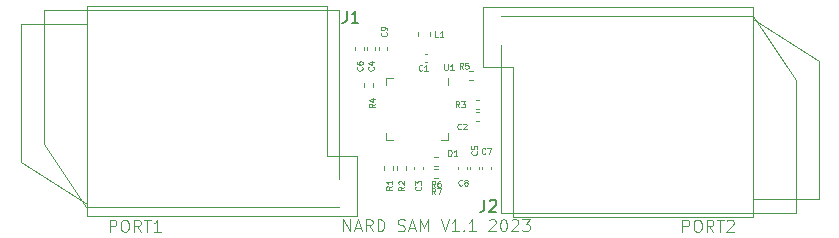
<source format=gbr>
%TF.GenerationSoftware,KiCad,Pcbnew,(6.0.9)*%
%TF.CreationDate,2023-03-04T22:36:08+01:00*%
%TF.ProjectId,nard_sam,6e617264-5f73-4616-9d2e-6b696361645f,rev?*%
%TF.SameCoordinates,Original*%
%TF.FileFunction,Legend,Top*%
%TF.FilePolarity,Positive*%
%FSLAX46Y46*%
G04 Gerber Fmt 4.6, Leading zero omitted, Abs format (unit mm)*
G04 Created by KiCad (PCBNEW (6.0.9)) date 2023-03-04 22:36:08*
%MOMM*%
%LPD*%
G01*
G04 APERTURE LIST*
%ADD10C,0.100000*%
%ADD11C,0.050000*%
%ADD12C,0.150000*%
%ADD13C,0.120000*%
G04 APERTURE END LIST*
D10*
X77105142Y-80256380D02*
X77105142Y-79256380D01*
X77486095Y-79256380D01*
X77581333Y-79304000D01*
X77628952Y-79351619D01*
X77676571Y-79446857D01*
X77676571Y-79589714D01*
X77628952Y-79684952D01*
X77581333Y-79732571D01*
X77486095Y-79780190D01*
X77105142Y-79780190D01*
X78295619Y-79256380D02*
X78486095Y-79256380D01*
X78581333Y-79304000D01*
X78676571Y-79399238D01*
X78724190Y-79589714D01*
X78724190Y-79923047D01*
X78676571Y-80113523D01*
X78581333Y-80208761D01*
X78486095Y-80256380D01*
X78295619Y-80256380D01*
X78200380Y-80208761D01*
X78105142Y-80113523D01*
X78057523Y-79923047D01*
X78057523Y-79589714D01*
X78105142Y-79399238D01*
X78200380Y-79304000D01*
X78295619Y-79256380D01*
X79724190Y-80256380D02*
X79390857Y-79780190D01*
X79152761Y-80256380D02*
X79152761Y-79256380D01*
X79533714Y-79256380D01*
X79628952Y-79304000D01*
X79676571Y-79351619D01*
X79724190Y-79446857D01*
X79724190Y-79589714D01*
X79676571Y-79684952D01*
X79628952Y-79732571D01*
X79533714Y-79780190D01*
X79152761Y-79780190D01*
X80009904Y-79256380D02*
X80581333Y-79256380D01*
X80295619Y-80256380D02*
X80295619Y-79256380D01*
X81438476Y-80256380D02*
X80867047Y-80256380D01*
X81152761Y-80256380D02*
X81152761Y-79256380D01*
X81057523Y-79399238D01*
X80962285Y-79494476D01*
X80867047Y-79542095D01*
X125605142Y-80256380D02*
X125605142Y-79256380D01*
X125986095Y-79256380D01*
X126081333Y-79304000D01*
X126128952Y-79351619D01*
X126176571Y-79446857D01*
X126176571Y-79589714D01*
X126128952Y-79684952D01*
X126081333Y-79732571D01*
X125986095Y-79780190D01*
X125605142Y-79780190D01*
X126795619Y-79256380D02*
X126986095Y-79256380D01*
X127081333Y-79304000D01*
X127176571Y-79399238D01*
X127224190Y-79589714D01*
X127224190Y-79923047D01*
X127176571Y-80113523D01*
X127081333Y-80208761D01*
X126986095Y-80256380D01*
X126795619Y-80256380D01*
X126700380Y-80208761D01*
X126605142Y-80113523D01*
X126557523Y-79923047D01*
X126557523Y-79589714D01*
X126605142Y-79399238D01*
X126700380Y-79304000D01*
X126795619Y-79256380D01*
X128224190Y-80256380D02*
X127890857Y-79780190D01*
X127652761Y-80256380D02*
X127652761Y-79256380D01*
X128033714Y-79256380D01*
X128128952Y-79304000D01*
X128176571Y-79351619D01*
X128224190Y-79446857D01*
X128224190Y-79589714D01*
X128176571Y-79684952D01*
X128128952Y-79732571D01*
X128033714Y-79780190D01*
X127652761Y-79780190D01*
X128509904Y-79256380D02*
X129081333Y-79256380D01*
X128795619Y-80256380D02*
X128795619Y-79256380D01*
X129367047Y-79351619D02*
X129414666Y-79304000D01*
X129509904Y-79256380D01*
X129748000Y-79256380D01*
X129843238Y-79304000D01*
X129890857Y-79351619D01*
X129938476Y-79446857D01*
X129938476Y-79542095D01*
X129890857Y-79684952D01*
X129319428Y-80256380D01*
X129938476Y-80256380D01*
X96892857Y-80202380D02*
X96892857Y-79202380D01*
X97464285Y-80202380D01*
X97464285Y-79202380D01*
X97892857Y-79916666D02*
X98369047Y-79916666D01*
X97797619Y-80202380D02*
X98130952Y-79202380D01*
X98464285Y-80202380D01*
X99369047Y-80202380D02*
X99035714Y-79726190D01*
X98797619Y-80202380D02*
X98797619Y-79202380D01*
X99178571Y-79202380D01*
X99273809Y-79250000D01*
X99321428Y-79297619D01*
X99369047Y-79392857D01*
X99369047Y-79535714D01*
X99321428Y-79630952D01*
X99273809Y-79678571D01*
X99178571Y-79726190D01*
X98797619Y-79726190D01*
X99797619Y-80202380D02*
X99797619Y-79202380D01*
X100035714Y-79202380D01*
X100178571Y-79250000D01*
X100273809Y-79345238D01*
X100321428Y-79440476D01*
X100369047Y-79630952D01*
X100369047Y-79773809D01*
X100321428Y-79964285D01*
X100273809Y-80059523D01*
X100178571Y-80154761D01*
X100035714Y-80202380D01*
X99797619Y-80202380D01*
X101511904Y-80154761D02*
X101654761Y-80202380D01*
X101892857Y-80202380D01*
X101988095Y-80154761D01*
X102035714Y-80107142D01*
X102083333Y-80011904D01*
X102083333Y-79916666D01*
X102035714Y-79821428D01*
X101988095Y-79773809D01*
X101892857Y-79726190D01*
X101702380Y-79678571D01*
X101607142Y-79630952D01*
X101559523Y-79583333D01*
X101511904Y-79488095D01*
X101511904Y-79392857D01*
X101559523Y-79297619D01*
X101607142Y-79250000D01*
X101702380Y-79202380D01*
X101940476Y-79202380D01*
X102083333Y-79250000D01*
X102464285Y-79916666D02*
X102940476Y-79916666D01*
X102369047Y-80202380D02*
X102702380Y-79202380D01*
X103035714Y-80202380D01*
X103369047Y-80202380D02*
X103369047Y-79202380D01*
X103702380Y-79916666D01*
X104035714Y-79202380D01*
X104035714Y-80202380D01*
X105130952Y-79202380D02*
X105464285Y-80202380D01*
X105797619Y-79202380D01*
X106654761Y-80202380D02*
X106083333Y-80202380D01*
X106369047Y-80202380D02*
X106369047Y-79202380D01*
X106273809Y-79345238D01*
X106178571Y-79440476D01*
X106083333Y-79488095D01*
X107083333Y-80107142D02*
X107130952Y-80154761D01*
X107083333Y-80202380D01*
X107035714Y-80154761D01*
X107083333Y-80107142D01*
X107083333Y-80202380D01*
X108083333Y-80202380D02*
X107511904Y-80202380D01*
X107797619Y-80202380D02*
X107797619Y-79202380D01*
X107702380Y-79345238D01*
X107607142Y-79440476D01*
X107511904Y-79488095D01*
X109226190Y-79297619D02*
X109273809Y-79250000D01*
X109369047Y-79202380D01*
X109607142Y-79202380D01*
X109702380Y-79250000D01*
X109750000Y-79297619D01*
X109797619Y-79392857D01*
X109797619Y-79488095D01*
X109750000Y-79630952D01*
X109178571Y-80202380D01*
X109797619Y-80202380D01*
X110416666Y-79202380D02*
X110511904Y-79202380D01*
X110607142Y-79250000D01*
X110654761Y-79297619D01*
X110702380Y-79392857D01*
X110750000Y-79583333D01*
X110750000Y-79821428D01*
X110702380Y-80011904D01*
X110654761Y-80107142D01*
X110607142Y-80154761D01*
X110511904Y-80202380D01*
X110416666Y-80202380D01*
X110321428Y-80154761D01*
X110273809Y-80107142D01*
X110226190Y-80011904D01*
X110178571Y-79821428D01*
X110178571Y-79583333D01*
X110226190Y-79392857D01*
X110273809Y-79297619D01*
X110321428Y-79250000D01*
X110416666Y-79202380D01*
X111130952Y-79297619D02*
X111178571Y-79250000D01*
X111273809Y-79202380D01*
X111511904Y-79202380D01*
X111607142Y-79250000D01*
X111654761Y-79297619D01*
X111702380Y-79392857D01*
X111702380Y-79488095D01*
X111654761Y-79630952D01*
X111083333Y-80202380D01*
X111702380Y-80202380D01*
X112035714Y-79202380D02*
X112654761Y-79202380D01*
X112321428Y-79583333D01*
X112464285Y-79583333D01*
X112559523Y-79630952D01*
X112607142Y-79678571D01*
X112654761Y-79773809D01*
X112654761Y-80011904D01*
X112607142Y-80107142D01*
X112559523Y-80154761D01*
X112464285Y-80202380D01*
X112178571Y-80202380D01*
X112083333Y-80154761D01*
X112035714Y-80107142D01*
D11*
%TO.C,C1*%
X103566666Y-66578571D02*
X103542857Y-66602380D01*
X103471428Y-66626190D01*
X103423809Y-66626190D01*
X103352380Y-66602380D01*
X103304761Y-66554761D01*
X103280952Y-66507142D01*
X103257142Y-66411904D01*
X103257142Y-66340476D01*
X103280952Y-66245238D01*
X103304761Y-66197619D01*
X103352380Y-66150000D01*
X103423809Y-66126190D01*
X103471428Y-66126190D01*
X103542857Y-66150000D01*
X103566666Y-66173809D01*
X104042857Y-66626190D02*
X103757142Y-66626190D01*
X103900000Y-66626190D02*
X103900000Y-66126190D01*
X103852380Y-66197619D01*
X103804761Y-66245238D01*
X103757142Y-66269047D01*
%TO.C,C4*%
X99428571Y-66301133D02*
X99452380Y-66324942D01*
X99476190Y-66396371D01*
X99476190Y-66443990D01*
X99452380Y-66515419D01*
X99404761Y-66563038D01*
X99357142Y-66586847D01*
X99261904Y-66610657D01*
X99190476Y-66610657D01*
X99095238Y-66586847D01*
X99047619Y-66563038D01*
X99000000Y-66515419D01*
X98976190Y-66443990D01*
X98976190Y-66396371D01*
X99000000Y-66324942D01*
X99023809Y-66301133D01*
X99142857Y-65872561D02*
X99476190Y-65872561D01*
X98952380Y-65991609D02*
X99309523Y-66110657D01*
X99309523Y-65801133D01*
%TO.C,U1*%
X105443047Y-66073190D02*
X105443047Y-66477952D01*
X105466857Y-66525571D01*
X105490666Y-66549380D01*
X105538285Y-66573190D01*
X105633523Y-66573190D01*
X105681142Y-66549380D01*
X105704952Y-66525571D01*
X105728761Y-66477952D01*
X105728761Y-66073190D01*
X106228761Y-66573190D02*
X105943047Y-66573190D01*
X106085904Y-66573190D02*
X106085904Y-66073190D01*
X106038285Y-66144619D01*
X105990666Y-66192238D01*
X105943047Y-66216047D01*
%TO.C,D1*%
X105777152Y-73826190D02*
X105777152Y-73326190D01*
X105896200Y-73326190D01*
X105967628Y-73350000D01*
X106015247Y-73397619D01*
X106039057Y-73445238D01*
X106062866Y-73540476D01*
X106062866Y-73611904D01*
X106039057Y-73707142D01*
X106015247Y-73754761D01*
X105967628Y-73802380D01*
X105896200Y-73826190D01*
X105777152Y-73826190D01*
X106539057Y-73826190D02*
X106253342Y-73826190D01*
X106396200Y-73826190D02*
X106396200Y-73326190D01*
X106348580Y-73397619D01*
X106300961Y-73445238D01*
X106253342Y-73469047D01*
%TO.C,L1*%
X104925666Y-63796690D02*
X104687571Y-63796690D01*
X104687571Y-63296690D01*
X105354238Y-63796690D02*
X105068523Y-63796690D01*
X105211380Y-63796690D02*
X105211380Y-63296690D01*
X105163761Y-63368119D01*
X105116142Y-63415738D01*
X105068523Y-63439547D01*
%TO.C,C8*%
X106941666Y-76303571D02*
X106917857Y-76327380D01*
X106846428Y-76351190D01*
X106798809Y-76351190D01*
X106727380Y-76327380D01*
X106679761Y-76279761D01*
X106655952Y-76232142D01*
X106632142Y-76136904D01*
X106632142Y-76065476D01*
X106655952Y-75970238D01*
X106679761Y-75922619D01*
X106727380Y-75875000D01*
X106798809Y-75851190D01*
X106846428Y-75851190D01*
X106917857Y-75875000D01*
X106941666Y-75898809D01*
X107227380Y-76065476D02*
X107179761Y-76041666D01*
X107155952Y-76017857D01*
X107132142Y-75970238D01*
X107132142Y-75946428D01*
X107155952Y-75898809D01*
X107179761Y-75875000D01*
X107227380Y-75851190D01*
X107322619Y-75851190D01*
X107370238Y-75875000D01*
X107394047Y-75898809D01*
X107417857Y-75946428D01*
X107417857Y-75970238D01*
X107394047Y-76017857D01*
X107370238Y-76041666D01*
X107322619Y-76065476D01*
X107227380Y-76065476D01*
X107179761Y-76089285D01*
X107155952Y-76113095D01*
X107132142Y-76160714D01*
X107132142Y-76255952D01*
X107155952Y-76303571D01*
X107179761Y-76327380D01*
X107227380Y-76351190D01*
X107322619Y-76351190D01*
X107370238Y-76327380D01*
X107394047Y-76303571D01*
X107417857Y-76255952D01*
X107417857Y-76160714D01*
X107394047Y-76113095D01*
X107370238Y-76089285D01*
X107322619Y-76065476D01*
%TO.C,C2*%
X106850666Y-71552571D02*
X106826857Y-71576380D01*
X106755428Y-71600190D01*
X106707809Y-71600190D01*
X106636380Y-71576380D01*
X106588761Y-71528761D01*
X106564952Y-71481142D01*
X106541142Y-71385904D01*
X106541142Y-71314476D01*
X106564952Y-71219238D01*
X106588761Y-71171619D01*
X106636380Y-71124000D01*
X106707809Y-71100190D01*
X106755428Y-71100190D01*
X106826857Y-71124000D01*
X106850666Y-71147809D01*
X107041142Y-71147809D02*
X107064952Y-71124000D01*
X107112571Y-71100190D01*
X107231619Y-71100190D01*
X107279238Y-71124000D01*
X107303047Y-71147809D01*
X107326857Y-71195428D01*
X107326857Y-71243047D01*
X107303047Y-71314476D01*
X107017333Y-71600190D01*
X107326857Y-71600190D01*
D12*
%TO.C,J1*%
X97166666Y-61577380D02*
X97166666Y-62291666D01*
X97119047Y-62434523D01*
X97023809Y-62529761D01*
X96880952Y-62577380D01*
X96785714Y-62577380D01*
X98166666Y-62577380D02*
X97595238Y-62577380D01*
X97880952Y-62577380D02*
X97880952Y-61577380D01*
X97785714Y-61720238D01*
X97690476Y-61815476D01*
X97595238Y-61863095D01*
D11*
%TO.C,C3*%
X103428571Y-76434333D02*
X103452380Y-76458142D01*
X103476190Y-76529571D01*
X103476190Y-76577190D01*
X103452380Y-76648619D01*
X103404761Y-76696238D01*
X103357142Y-76720047D01*
X103261904Y-76743857D01*
X103190476Y-76743857D01*
X103095238Y-76720047D01*
X103047619Y-76696238D01*
X103000000Y-76648619D01*
X102976190Y-76577190D01*
X102976190Y-76529571D01*
X103000000Y-76458142D01*
X103023809Y-76434333D01*
X102976190Y-76267666D02*
X102976190Y-75958142D01*
X103166666Y-76124809D01*
X103166666Y-76053380D01*
X103190476Y-76005761D01*
X103214285Y-75981952D01*
X103261904Y-75958142D01*
X103380952Y-75958142D01*
X103428571Y-75981952D01*
X103452380Y-76005761D01*
X103476190Y-76053380D01*
X103476190Y-76196238D01*
X103452380Y-76243857D01*
X103428571Y-76267666D01*
%TO.C,R2*%
X102051190Y-76434333D02*
X101813095Y-76601000D01*
X102051190Y-76720047D02*
X101551190Y-76720047D01*
X101551190Y-76529571D01*
X101575000Y-76481952D01*
X101598809Y-76458142D01*
X101646428Y-76434333D01*
X101717857Y-76434333D01*
X101765476Y-76458142D01*
X101789285Y-76481952D01*
X101813095Y-76529571D01*
X101813095Y-76720047D01*
X101598809Y-76243857D02*
X101575000Y-76220047D01*
X101551190Y-76172428D01*
X101551190Y-76053380D01*
X101575000Y-76005761D01*
X101598809Y-75981952D01*
X101646428Y-75958142D01*
X101694047Y-75958142D01*
X101765476Y-75981952D01*
X102051190Y-76267666D01*
X102051190Y-75958142D01*
%TO.C,C6*%
X98476571Y-66301133D02*
X98500380Y-66324942D01*
X98524190Y-66396371D01*
X98524190Y-66443990D01*
X98500380Y-66515419D01*
X98452761Y-66563038D01*
X98405142Y-66586847D01*
X98309904Y-66610657D01*
X98238476Y-66610657D01*
X98143238Y-66586847D01*
X98095619Y-66563038D01*
X98048000Y-66515419D01*
X98024190Y-66443990D01*
X98024190Y-66396371D01*
X98048000Y-66324942D01*
X98071809Y-66301133D01*
X98024190Y-65872561D02*
X98024190Y-65967800D01*
X98048000Y-66015419D01*
X98071809Y-66039228D01*
X98143238Y-66086847D01*
X98238476Y-66110657D01*
X98428952Y-66110657D01*
X98476571Y-66086847D01*
X98500380Y-66063038D01*
X98524190Y-66015419D01*
X98524190Y-65920180D01*
X98500380Y-65872561D01*
X98476571Y-65848752D01*
X98428952Y-65824942D01*
X98309904Y-65824942D01*
X98262285Y-65848752D01*
X98238476Y-65872561D01*
X98214666Y-65920180D01*
X98214666Y-66015419D01*
X98238476Y-66063038D01*
X98262285Y-66086847D01*
X98309904Y-66110657D01*
%TO.C,R6*%
X104666666Y-76457190D02*
X104500000Y-76219095D01*
X104380952Y-76457190D02*
X104380952Y-75957190D01*
X104571428Y-75957190D01*
X104619047Y-75981000D01*
X104642857Y-76004809D01*
X104666666Y-76052428D01*
X104666666Y-76123857D01*
X104642857Y-76171476D01*
X104619047Y-76195285D01*
X104571428Y-76219095D01*
X104380952Y-76219095D01*
X105095238Y-75957190D02*
X105000000Y-75957190D01*
X104952380Y-75981000D01*
X104928571Y-76004809D01*
X104880952Y-76076238D01*
X104857142Y-76171476D01*
X104857142Y-76361952D01*
X104880952Y-76409571D01*
X104904761Y-76433380D01*
X104952380Y-76457190D01*
X105047619Y-76457190D01*
X105095238Y-76433380D01*
X105119047Y-76409571D01*
X105142857Y-76361952D01*
X105142857Y-76242904D01*
X105119047Y-76195285D01*
X105095238Y-76171476D01*
X105047619Y-76147666D01*
X104952380Y-76147666D01*
X104904761Y-76171476D01*
X104880952Y-76195285D01*
X104857142Y-76242904D01*
D12*
%TO.C,J2*%
X108841666Y-77552380D02*
X108841666Y-78266666D01*
X108794047Y-78409523D01*
X108698809Y-78504761D01*
X108555952Y-78552380D01*
X108460714Y-78552380D01*
X109270238Y-77647619D02*
X109317857Y-77600000D01*
X109413095Y-77552380D01*
X109651190Y-77552380D01*
X109746428Y-77600000D01*
X109794047Y-77647619D01*
X109841666Y-77742857D01*
X109841666Y-77838095D01*
X109794047Y-77980952D01*
X109222619Y-78552380D01*
X109841666Y-78552380D01*
D11*
%TO.C,R7*%
X104666666Y-77077190D02*
X104500000Y-76839095D01*
X104380952Y-77077190D02*
X104380952Y-76577190D01*
X104571428Y-76577190D01*
X104619047Y-76601000D01*
X104642857Y-76624809D01*
X104666666Y-76672428D01*
X104666666Y-76743857D01*
X104642857Y-76791476D01*
X104619047Y-76815285D01*
X104571428Y-76839095D01*
X104380952Y-76839095D01*
X104833333Y-76577190D02*
X105166666Y-76577190D01*
X104952380Y-77077190D01*
%TO.C,C9*%
X100528571Y-63383333D02*
X100552380Y-63407142D01*
X100576190Y-63478571D01*
X100576190Y-63526190D01*
X100552380Y-63597619D01*
X100504761Y-63645238D01*
X100457142Y-63669047D01*
X100361904Y-63692857D01*
X100290476Y-63692857D01*
X100195238Y-63669047D01*
X100147619Y-63645238D01*
X100100000Y-63597619D01*
X100076190Y-63526190D01*
X100076190Y-63478571D01*
X100100000Y-63407142D01*
X100123809Y-63383333D01*
X100576190Y-63145238D02*
X100576190Y-63050000D01*
X100552380Y-63002380D01*
X100528571Y-62978571D01*
X100457142Y-62930952D01*
X100361904Y-62907142D01*
X100171428Y-62907142D01*
X100123809Y-62930952D01*
X100100000Y-62954761D01*
X100076190Y-63002380D01*
X100076190Y-63097619D01*
X100100000Y-63145238D01*
X100123809Y-63169047D01*
X100171428Y-63192857D01*
X100290476Y-63192857D01*
X100338095Y-63169047D01*
X100361904Y-63145238D01*
X100385714Y-63097619D01*
X100385714Y-63002380D01*
X100361904Y-62954761D01*
X100338095Y-62930952D01*
X100290476Y-62907142D01*
%TO.C,C5*%
X108178571Y-73434333D02*
X108202380Y-73458142D01*
X108226190Y-73529571D01*
X108226190Y-73577190D01*
X108202380Y-73648619D01*
X108154761Y-73696238D01*
X108107142Y-73720047D01*
X108011904Y-73743857D01*
X107940476Y-73743857D01*
X107845238Y-73720047D01*
X107797619Y-73696238D01*
X107750000Y-73648619D01*
X107726190Y-73577190D01*
X107726190Y-73529571D01*
X107750000Y-73458142D01*
X107773809Y-73434333D01*
X107726190Y-72981952D02*
X107726190Y-73220047D01*
X107964285Y-73243857D01*
X107940476Y-73220047D01*
X107916666Y-73172428D01*
X107916666Y-73053380D01*
X107940476Y-73005761D01*
X107964285Y-72981952D01*
X108011904Y-72958142D01*
X108130952Y-72958142D01*
X108178571Y-72981952D01*
X108202380Y-73005761D01*
X108226190Y-73053380D01*
X108226190Y-73172428D01*
X108202380Y-73220047D01*
X108178571Y-73243857D01*
%TO.C,C7*%
X108916666Y-73629571D02*
X108892857Y-73653380D01*
X108821428Y-73677190D01*
X108773809Y-73677190D01*
X108702380Y-73653380D01*
X108654761Y-73605761D01*
X108630952Y-73558142D01*
X108607142Y-73462904D01*
X108607142Y-73391476D01*
X108630952Y-73296238D01*
X108654761Y-73248619D01*
X108702380Y-73201000D01*
X108773809Y-73177190D01*
X108821428Y-73177190D01*
X108892857Y-73201000D01*
X108916666Y-73224809D01*
X109083333Y-73177190D02*
X109416666Y-73177190D01*
X109202380Y-73677190D01*
%TO.C,R4*%
X99551190Y-69433333D02*
X99313095Y-69600000D01*
X99551190Y-69719047D02*
X99051190Y-69719047D01*
X99051190Y-69528571D01*
X99075000Y-69480952D01*
X99098809Y-69457142D01*
X99146428Y-69433333D01*
X99217857Y-69433333D01*
X99265476Y-69457142D01*
X99289285Y-69480952D01*
X99313095Y-69528571D01*
X99313095Y-69719047D01*
X99217857Y-69004761D02*
X99551190Y-69004761D01*
X99027380Y-69123809D02*
X99384523Y-69242857D01*
X99384523Y-68933333D01*
%TO.C,R3*%
X106698266Y-69720590D02*
X106531600Y-69482495D01*
X106412552Y-69720590D02*
X106412552Y-69220590D01*
X106603028Y-69220590D01*
X106650647Y-69244400D01*
X106674457Y-69268209D01*
X106698266Y-69315828D01*
X106698266Y-69387257D01*
X106674457Y-69434876D01*
X106650647Y-69458685D01*
X106603028Y-69482495D01*
X106412552Y-69482495D01*
X106864933Y-69220590D02*
X107174457Y-69220590D01*
X107007790Y-69411066D01*
X107079219Y-69411066D01*
X107126838Y-69434876D01*
X107150647Y-69458685D01*
X107174457Y-69506304D01*
X107174457Y-69625352D01*
X107150647Y-69672971D01*
X107126838Y-69696780D01*
X107079219Y-69720590D01*
X106936361Y-69720590D01*
X106888742Y-69696780D01*
X106864933Y-69672971D01*
%TO.C,R5*%
X107016666Y-66451190D02*
X106850000Y-66213095D01*
X106730952Y-66451190D02*
X106730952Y-65951190D01*
X106921428Y-65951190D01*
X106969047Y-65975000D01*
X106992857Y-65998809D01*
X107016666Y-66046428D01*
X107016666Y-66117857D01*
X106992857Y-66165476D01*
X106969047Y-66189285D01*
X106921428Y-66213095D01*
X106730952Y-66213095D01*
X107469047Y-65951190D02*
X107230952Y-65951190D01*
X107207142Y-66189285D01*
X107230952Y-66165476D01*
X107278571Y-66141666D01*
X107397619Y-66141666D01*
X107445238Y-66165476D01*
X107469047Y-66189285D01*
X107492857Y-66236904D01*
X107492857Y-66355952D01*
X107469047Y-66403571D01*
X107445238Y-66427380D01*
X107397619Y-66451190D01*
X107278571Y-66451190D01*
X107230952Y-66427380D01*
X107207142Y-66403571D01*
%TO.C,R1*%
X101026190Y-76408333D02*
X100788095Y-76575000D01*
X101026190Y-76694047D02*
X100526190Y-76694047D01*
X100526190Y-76503571D01*
X100550000Y-76455952D01*
X100573809Y-76432142D01*
X100621428Y-76408333D01*
X100692857Y-76408333D01*
X100740476Y-76432142D01*
X100764285Y-76455952D01*
X100788095Y-76503571D01*
X100788095Y-76694047D01*
X101026190Y-75932142D02*
X101026190Y-76217857D01*
X101026190Y-76075000D02*
X100526190Y-76075000D01*
X100597619Y-76122619D01*
X100645238Y-76170238D01*
X100669047Y-76217857D01*
D13*
%TO.C,C1*%
X103778164Y-65925000D02*
X103993836Y-65925000D01*
X103778164Y-65205000D02*
X103993836Y-65205000D01*
%TO.C,C4*%
X98890000Y-64854836D02*
X98890000Y-64639164D01*
X99610000Y-64854836D02*
X99610000Y-64639164D01*
%TO.C,U1*%
X100514000Y-67237000D02*
X101089000Y-67237000D01*
X100514000Y-71882000D02*
X100514000Y-72457000D01*
X100514000Y-72457000D02*
X101089000Y-72457000D01*
X105734000Y-71882000D02*
X105734000Y-72457000D01*
X100514000Y-67812000D02*
X100514000Y-67237000D01*
X105734000Y-67812000D02*
X105734000Y-67237000D01*
X105734000Y-72457000D02*
X105159000Y-72457000D01*
D10*
%TO.C,D1*%
X106171200Y-73991000D02*
G75*
G03*
X106171200Y-73991000I-50000J0D01*
G01*
D13*
%TO.C,L1*%
X104269000Y-63370221D02*
X104269000Y-63695779D01*
X103249000Y-63370221D02*
X103249000Y-63695779D01*
%TO.C,C8*%
X106640000Y-74743164D02*
X106640000Y-74958836D01*
X107360000Y-74743164D02*
X107360000Y-74958836D01*
%TO.C,C2*%
X108121564Y-70857000D02*
X108337236Y-70857000D01*
X108121564Y-70137000D02*
X108337236Y-70137000D01*
%TO.C,J1*%
X69576000Y-74375000D02*
X75164000Y-77931000D01*
X96525000Y-78197000D02*
X75125000Y-78197000D01*
X95484000Y-61167000D02*
X75164000Y-61167000D01*
X98024000Y-78947000D02*
X98024000Y-73867000D01*
X71525000Y-72797000D02*
X71525000Y-61497000D01*
X96525000Y-61497000D02*
X96525000Y-75772000D01*
X98024000Y-73867000D02*
X95484000Y-73867000D01*
X75164000Y-62691000D02*
X69576000Y-62691000D01*
X75164000Y-78947000D02*
X98024000Y-78947000D01*
X96525000Y-61497000D02*
X71525000Y-61497000D01*
X95484000Y-73867000D02*
X95484000Y-61167000D01*
X75164000Y-61167000D02*
X75164000Y-78947000D01*
X75125000Y-78197000D02*
X71525000Y-72797000D01*
X69576000Y-62691000D02*
X69576000Y-74375000D01*
%TO.C,C3*%
X103610000Y-74743164D02*
X103610000Y-74958836D01*
X102890000Y-74743164D02*
X102890000Y-74958836D01*
%TO.C,R2*%
X102230000Y-75004641D02*
X102230000Y-74697359D01*
X101470000Y-75004641D02*
X101470000Y-74697359D01*
%TO.C,C6*%
X97890000Y-64854836D02*
X97890000Y-64639164D01*
X98610000Y-64854836D02*
X98610000Y-64639164D01*
%TO.C,R6*%
X104903641Y-74731000D02*
X104596359Y-74731000D01*
X104903641Y-73971000D02*
X104596359Y-73971000D01*
%TO.C,J2*%
X135211000Y-67382000D02*
X135211000Y-78682000D01*
X110211000Y-78682000D02*
X135211000Y-78682000D01*
X110211000Y-61982000D02*
X131611000Y-61982000D01*
X131611000Y-61982000D02*
X135211000Y-67382000D01*
X137160000Y-65804000D02*
X131572000Y-62248000D01*
X110211000Y-78682000D02*
X110211000Y-64407000D01*
X111252000Y-66312000D02*
X111252000Y-79012000D01*
X137160000Y-77488000D02*
X137160000Y-65804000D01*
X131572000Y-61232000D02*
X108712000Y-61232000D01*
X111252000Y-79012000D02*
X131572000Y-79012000D01*
X131572000Y-79012000D02*
X131572000Y-61232000D01*
X108712000Y-66312000D02*
X111252000Y-66312000D01*
X131572000Y-77488000D02*
X137160000Y-77488000D01*
X108712000Y-61232000D02*
X108712000Y-66312000D01*
%TO.C,R7*%
X104903641Y-74971000D02*
X104596359Y-74971000D01*
X104903641Y-75731000D02*
X104596359Y-75731000D01*
%TO.C,C9*%
X99890000Y-64854836D02*
X99890000Y-64639164D01*
X100610000Y-64854836D02*
X100610000Y-64639164D01*
%TO.C,C5*%
X108360000Y-74743164D02*
X108360000Y-74958836D01*
X107640000Y-74743164D02*
X107640000Y-74958836D01*
%TO.C,C7*%
X108640000Y-74743164D02*
X108640000Y-74958836D01*
X109360000Y-74743164D02*
X109360000Y-74958836D01*
%TO.C,R4*%
X98680000Y-67664359D02*
X98680000Y-67971641D01*
X99440000Y-67664359D02*
X99440000Y-67971641D01*
%TO.C,R3*%
X108413641Y-69877000D02*
X108106359Y-69877000D01*
X108413641Y-69117000D02*
X108106359Y-69117000D01*
%TO.C,R5*%
X107521359Y-67430000D02*
X107828641Y-67430000D01*
X107521359Y-66670000D02*
X107828641Y-66670000D01*
%TO.C,R1*%
X101130000Y-75004641D02*
X101130000Y-74697359D01*
X100370000Y-75004641D02*
X100370000Y-74697359D01*
%TD*%
M02*

</source>
